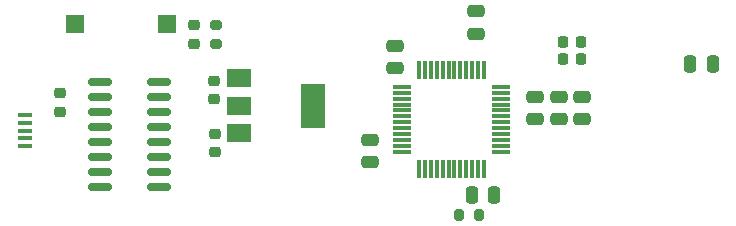
<source format=gbr>
%TF.GenerationSoftware,KiCad,Pcbnew,(6.0.11)*%
%TF.CreationDate,2023-08-09T20:09:53+02:00*%
%TF.ProjectId,Box_domotique_A,426f785f-646f-46d6-9f74-697175655f41,rev?*%
%TF.SameCoordinates,Original*%
%TF.FileFunction,Paste,Top*%
%TF.FilePolarity,Positive*%
%FSLAX46Y46*%
G04 Gerber Fmt 4.6, Leading zero omitted, Abs format (unit mm)*
G04 Created by KiCad (PCBNEW (6.0.11)) date 2023-08-09 20:09:53*
%MOMM*%
%LPD*%
G01*
G04 APERTURE LIST*
G04 Aperture macros list*
%AMRoundRect*
0 Rectangle with rounded corners*
0 $1 Rounding radius*
0 $2 $3 $4 $5 $6 $7 $8 $9 X,Y pos of 4 corners*
0 Add a 4 corners polygon primitive as box body*
4,1,4,$2,$3,$4,$5,$6,$7,$8,$9,$2,$3,0*
0 Add four circle primitives for the rounded corners*
1,1,$1+$1,$2,$3*
1,1,$1+$1,$4,$5*
1,1,$1+$1,$6,$7*
1,1,$1+$1,$8,$9*
0 Add four rect primitives between the rounded corners*
20,1,$1+$1,$2,$3,$4,$5,0*
20,1,$1+$1,$4,$5,$6,$7,0*
20,1,$1+$1,$6,$7,$8,$9,0*
20,1,$1+$1,$8,$9,$2,$3,0*%
G04 Aperture macros list end*
%ADD10RoundRect,0.250000X0.250000X0.475000X-0.250000X0.475000X-0.250000X-0.475000X0.250000X-0.475000X0*%
%ADD11RoundRect,0.225000X0.225000X0.250000X-0.225000X0.250000X-0.225000X-0.250000X0.225000X-0.250000X0*%
%ADD12RoundRect,0.225000X-0.250000X0.225000X-0.250000X-0.225000X0.250000X-0.225000X0.250000X0.225000X0*%
%ADD13RoundRect,0.225000X0.250000X-0.225000X0.250000X0.225000X-0.250000X0.225000X-0.250000X-0.225000X0*%
%ADD14R,1.300000X0.450000*%
%ADD15RoundRect,0.250000X-0.475000X0.250000X-0.475000X-0.250000X0.475000X-0.250000X0.475000X0.250000X0*%
%ADD16R,1.500000X1.500000*%
%ADD17R,2.000000X1.500000*%
%ADD18R,2.000000X3.800000*%
%ADD19RoundRect,0.150000X0.825000X0.150000X-0.825000X0.150000X-0.825000X-0.150000X0.825000X-0.150000X0*%
%ADD20RoundRect,0.200000X0.275000X-0.200000X0.275000X0.200000X-0.275000X0.200000X-0.275000X-0.200000X0*%
%ADD21RoundRect,0.011200X0.733800X0.128800X-0.733800X0.128800X-0.733800X-0.128800X0.733800X-0.128800X0*%
%ADD22RoundRect,0.011200X-0.128800X0.733800X-0.128800X-0.733800X0.128800X-0.733800X0.128800X0.733800X0*%
%ADD23RoundRect,0.250000X0.475000X-0.250000X0.475000X0.250000X-0.475000X0.250000X-0.475000X-0.250000X0*%
%ADD24RoundRect,0.200000X-0.200000X-0.275000X0.200000X-0.275000X0.200000X0.275000X-0.200000X0.275000X0*%
%ADD25RoundRect,0.250000X-0.250000X-0.475000X0.250000X-0.475000X0.250000X0.475000X-0.250000X0.475000X0*%
G04 APERTURE END LIST*
D10*
%TO.C,C9*%
X125587800Y-77419200D03*
X123687800Y-77419200D03*
%TD*%
D11*
%TO.C,C2*%
X132982000Y-65963800D03*
X131432000Y-65963800D03*
%TD*%
D12*
%TO.C,C3*%
X101955600Y-72300800D03*
X101955600Y-73850800D03*
%TD*%
D13*
%TO.C,C5*%
X101879400Y-69355000D03*
X101879400Y-67805000D03*
%TD*%
D14*
%TO.C,J3*%
X85900000Y-70700000D03*
X85900000Y-71350000D03*
X85900000Y-72000000D03*
X85900000Y-72650000D03*
X85900000Y-73300000D03*
%TD*%
D11*
%TO.C,C4*%
X132982000Y-64465200D03*
X131432000Y-64465200D03*
%TD*%
D15*
%TO.C,C10*%
X133070600Y-69138800D03*
X133070600Y-71038800D03*
%TD*%
D16*
%TO.C,Reset1*%
X97900000Y-63000000D03*
X90100000Y-63000000D03*
%TD*%
D17*
%TO.C,U1*%
X103987200Y-67575400D03*
D18*
X110287200Y-69875400D03*
D17*
X103987200Y-69875400D03*
X103987200Y-72175400D03*
%TD*%
D15*
%TO.C,C6*%
X124072562Y-61897992D03*
X124072562Y-63797992D03*
%TD*%
D13*
%TO.C,C1*%
X88849200Y-70396400D03*
X88849200Y-68846400D03*
%TD*%
D19*
%TO.C,U2*%
X97217000Y-76809600D03*
X97217000Y-75539600D03*
X97217000Y-74269600D03*
X97217000Y-72999600D03*
X97217000Y-71729600D03*
X97217000Y-70459600D03*
X97217000Y-69189600D03*
X97217000Y-67919600D03*
X92267000Y-67919600D03*
X92267000Y-69189600D03*
X92267000Y-70459600D03*
X92267000Y-71729600D03*
X92267000Y-72999600D03*
X92267000Y-74269600D03*
X92267000Y-75539600D03*
X92267000Y-76809600D03*
%TD*%
D20*
%TO.C,R2*%
X102082600Y-64680600D03*
X102082600Y-63030600D03*
%TD*%
D21*
%TO.C,U3*%
X126166200Y-73793800D03*
X126166200Y-73293800D03*
X126166200Y-72793800D03*
X126166200Y-72293800D03*
X126166200Y-71793800D03*
X126166200Y-71293800D03*
X126166200Y-70793800D03*
X126166200Y-70293800D03*
X126166200Y-69793800D03*
X126166200Y-69293800D03*
X126166200Y-68793800D03*
X126166200Y-68293800D03*
D22*
X124746200Y-66873800D03*
X124246200Y-66873800D03*
X123746200Y-66873800D03*
X123246200Y-66873800D03*
X122746200Y-66873800D03*
X122246200Y-66873800D03*
X121746200Y-66873800D03*
X121246200Y-66873800D03*
X120746200Y-66873800D03*
X120246200Y-66873800D03*
X119746200Y-66873800D03*
X119246200Y-66873800D03*
D21*
X117826200Y-68293800D03*
X117826200Y-68793800D03*
X117826200Y-69293800D03*
X117826200Y-69793800D03*
X117826200Y-70293800D03*
X117826200Y-70793800D03*
X117826200Y-71293800D03*
X117826200Y-71793800D03*
X117826200Y-72293800D03*
X117826200Y-72793800D03*
X117826200Y-73293800D03*
X117826200Y-73793800D03*
D22*
X119246200Y-75213800D03*
X119746200Y-75213800D03*
X120246200Y-75213800D03*
X120746200Y-75213800D03*
X121246200Y-75213800D03*
X121746200Y-75213800D03*
X122246200Y-75213800D03*
X122746200Y-75213800D03*
X123246200Y-75213800D03*
X123746200Y-75213800D03*
X124246200Y-75213800D03*
X124746200Y-75213800D03*
%TD*%
D15*
%TO.C,C12*%
X131114800Y-69138800D03*
X131114800Y-71038800D03*
%TD*%
%TO.C,C14*%
X129057400Y-69138800D03*
X129057400Y-71038800D03*
%TD*%
D23*
%TO.C,C8*%
X117195600Y-66736000D03*
X117195600Y-64836000D03*
%TD*%
%TO.C,C11*%
X115087400Y-74660800D03*
X115087400Y-72760800D03*
%TD*%
D24*
%TO.C,R1*%
X122669800Y-79146400D03*
X124319800Y-79146400D03*
%TD*%
D13*
%TO.C,C13*%
X100203000Y-64630600D03*
X100203000Y-63080600D03*
%TD*%
D25*
%TO.C,C7*%
X142204400Y-66395600D03*
X144104400Y-66395600D03*
%TD*%
M02*

</source>
